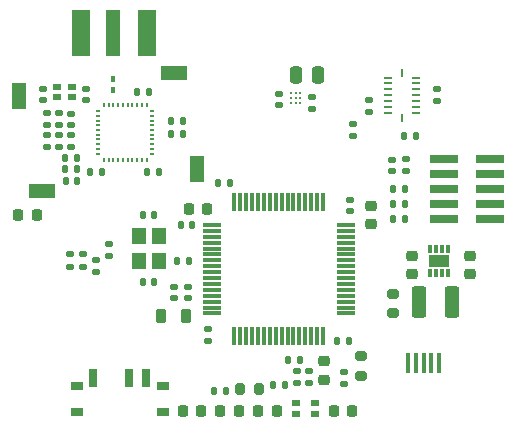
<source format=gbr>
%TF.GenerationSoftware,KiCad,Pcbnew,7.0.1*%
%TF.CreationDate,2024-02-15T14:19:22+01:00*%
%TF.ProjectId,stm32f405-sensorleap-v1,73746d33-3266-4343-9035-2d73656e736f,rev?*%
%TF.SameCoordinates,Original*%
%TF.FileFunction,Paste,Top*%
%TF.FilePolarity,Positive*%
%FSLAX46Y46*%
G04 Gerber Fmt 4.6, Leading zero omitted, Abs format (unit mm)*
G04 Created by KiCad (PCBNEW 7.0.1) date 2024-02-15 14:19:22*
%MOMM*%
%LPD*%
G01*
G04 APERTURE LIST*
G04 Aperture macros list*
%AMRoundRect*
0 Rectangle with rounded corners*
0 $1 Rounding radius*
0 $2 $3 $4 $5 $6 $7 $8 $9 X,Y pos of 4 corners*
0 Add a 4 corners polygon primitive as box body*
4,1,4,$2,$3,$4,$5,$6,$7,$8,$9,$2,$3,0*
0 Add four circle primitives for the rounded corners*
1,1,$1+$1,$2,$3*
1,1,$1+$1,$4,$5*
1,1,$1+$1,$6,$7*
1,1,$1+$1,$8,$9*
0 Add four rect primitives between the rounded corners*
20,1,$1+$1,$2,$3,$4,$5,0*
20,1,$1+$1,$4,$5,$6,$7,0*
20,1,$1+$1,$6,$7,$8,$9,0*
20,1,$1+$1,$8,$9,$2,$3,0*%
G04 Aperture macros list end*
%ADD10RoundRect,0.225000X0.225000X0.250000X-0.225000X0.250000X-0.225000X-0.250000X0.225000X-0.250000X0*%
%ADD11RoundRect,0.140000X0.140000X0.170000X-0.140000X0.170000X-0.140000X-0.170000X0.140000X-0.170000X0*%
%ADD12RoundRect,0.140000X0.170000X-0.140000X0.170000X0.140000X-0.170000X0.140000X-0.170000X-0.140000X0*%
%ADD13RoundRect,0.140000X-0.140000X-0.170000X0.140000X-0.170000X0.140000X0.170000X-0.140000X0.170000X0*%
%ADD14RoundRect,0.225000X-0.250000X0.225000X-0.250000X-0.225000X0.250000X-0.225000X0.250000X0.225000X0*%
%ADD15RoundRect,0.225000X0.250000X-0.225000X0.250000X0.225000X-0.250000X0.225000X-0.250000X-0.225000X0*%
%ADD16RoundRect,0.218750X0.218750X0.256250X-0.218750X0.256250X-0.218750X-0.256250X0.218750X-0.256250X0*%
%ADD17R,0.800000X0.550000*%
%ADD18RoundRect,0.218750X0.218750X0.381250X-0.218750X0.381250X-0.218750X-0.381250X0.218750X-0.381250X0*%
%ADD19RoundRect,0.200000X0.275000X-0.200000X0.275000X0.200000X-0.275000X0.200000X-0.275000X-0.200000X0*%
%ADD20RoundRect,0.135000X0.135000X0.185000X-0.135000X0.185000X-0.135000X-0.185000X0.135000X-0.185000X0*%
%ADD21RoundRect,0.200000X0.200000X0.275000X-0.200000X0.275000X-0.200000X-0.275000X0.200000X-0.275000X0*%
%ADD22RoundRect,0.135000X-0.185000X0.135000X-0.185000X-0.135000X0.185000X-0.135000X0.185000X0.135000X0*%
%ADD23RoundRect,0.135000X0.185000X-0.135000X0.185000X0.135000X-0.185000X0.135000X-0.185000X-0.135000X0*%
%ADD24RoundRect,0.135000X-0.135000X-0.185000X0.135000X-0.185000X0.135000X0.185000X-0.135000X0.185000X0*%
%ADD25R,1.000000X0.800000*%
%ADD26R,0.700000X1.500000*%
%ADD27RoundRect,0.075000X-0.700000X-0.075000X0.700000X-0.075000X0.700000X0.075000X-0.700000X0.075000X0*%
%ADD28RoundRect,0.075000X-0.075000X-0.700000X0.075000X-0.700000X0.075000X0.700000X-0.075000X0.700000X0*%
%ADD29R,1.200000X1.400000*%
%ADD30R,2.400000X0.740000*%
%ADD31R,0.400000X1.800000*%
%ADD32R,1.200000X2.300000*%
%ADD33RoundRect,0.250000X0.375000X1.075000X-0.375000X1.075000X-0.375000X-1.075000X0.375000X-1.075000X0*%
%ADD34R,0.675000X0.250000*%
%ADD35R,0.250000X0.675000*%
%ADD36RoundRect,0.087250X-0.087250X0.192750X-0.087250X-0.192750X0.087250X-0.192750X0.087250X0.192750X0*%
%ADD37RoundRect,0.140000X-0.170000X0.140000X-0.170000X-0.140000X0.170000X-0.140000X0.170000X0.140000X0*%
%ADD38R,2.300000X1.200000*%
%ADD39R,0.400000X0.200000*%
%ADD40R,0.200000X0.400000*%
%ADD41R,0.685800X0.584200*%
%ADD42RoundRect,0.147500X-0.147500X-0.172500X0.147500X-0.172500X0.147500X0.172500X-0.147500X0.172500X0*%
%ADD43RoundRect,0.218750X-0.218750X-0.256250X0.218750X-0.256250X0.218750X0.256250X-0.218750X0.256250X0*%
%ADD44C,0.269000*%
%ADD45RoundRect,0.250000X-0.250000X-0.475000X0.250000X-0.475000X0.250000X0.475000X-0.250000X0.475000X0*%
%ADD46R,1.500000X4.000000*%
%ADD47R,1.300000X4.000000*%
%ADD48R,0.300000X0.700000*%
%ADD49R,1.700000X1.000000*%
G04 APERTURE END LIST*
D10*
%TO.C,C200*%
X118288940Y-116973529D03*
X116738940Y-116973529D03*
%TD*%
D11*
%TO.C,C201*%
X117013940Y-118373529D03*
X116053940Y-118373529D03*
%TD*%
D12*
%TO.C,C202*%
X118361288Y-128148529D03*
X118361288Y-127188529D03*
%TD*%
D13*
%TO.C,C203*%
X129308616Y-128148529D03*
X130268616Y-128148529D03*
%TD*%
D12*
%TO.C,C204*%
X130403616Y-117193529D03*
X130403616Y-116233529D03*
%TD*%
D13*
%TO.C,C205*%
X119233940Y-114773529D03*
X120193940Y-114773529D03*
%TD*%
D12*
%TO.C,C206*%
X115503616Y-124578529D03*
X115503616Y-123618529D03*
%TD*%
%TO.C,C207*%
X116653616Y-124578529D03*
X116653616Y-123618529D03*
%TD*%
D14*
%TO.C,C208*%
X128200000Y-129898529D03*
X128200000Y-131448529D03*
%TD*%
D15*
%TO.C,C209*%
X132153616Y-118286029D03*
X132153616Y-116736029D03*
%TD*%
D13*
%TO.C,C210*%
X112873616Y-117498529D03*
X113833616Y-117498529D03*
%TD*%
D11*
%TO.C,C211*%
X113833616Y-123198529D03*
X112873616Y-123198529D03*
%TD*%
D12*
%TO.C,C212*%
X126900000Y-131708529D03*
X126900000Y-130748529D03*
%TD*%
%TO.C,C400*%
X133908940Y-113788529D03*
X133908940Y-112828529D03*
%TD*%
D16*
%TO.C,D102*%
X130601440Y-134073529D03*
X129026440Y-134073529D03*
%TD*%
%TO.C,D200*%
X124201440Y-134073529D03*
X122626440Y-134073529D03*
%TD*%
D17*
%TO.C,D201*%
X125813940Y-134323529D03*
X125813940Y-133423529D03*
X127413940Y-133423529D03*
X127413940Y-134323529D03*
%TD*%
D18*
%TO.C,FB200*%
X116500000Y-126048529D03*
X114375000Y-126048529D03*
%TD*%
D19*
%TO.C,R105*%
X131313940Y-131123529D03*
X131313940Y-129473529D03*
%TD*%
D20*
%TO.C,R200*%
X116778616Y-121448529D03*
X115758616Y-121448529D03*
%TD*%
%TO.C,R201*%
X119913940Y-132373529D03*
X118893940Y-132373529D03*
%TD*%
D21*
%TO.C,R202*%
X122713940Y-132223529D03*
X121063940Y-132223529D03*
%TD*%
D20*
%TO.C,R203*%
X126120000Y-129748529D03*
X125100000Y-129748529D03*
%TD*%
%TO.C,R204*%
X135971440Y-110794529D03*
X134951440Y-110794529D03*
%TD*%
D22*
%TO.C,R205*%
X130661440Y-109774529D03*
X130661440Y-110794529D03*
%TD*%
D23*
%TO.C,R206*%
X129913940Y-131793529D03*
X129913940Y-130773529D03*
%TD*%
D20*
%TO.C,R207*%
X124913940Y-131923529D03*
X123893940Y-131923529D03*
%TD*%
D23*
%TO.C,R208*%
X125913940Y-131748529D03*
X125913940Y-130728529D03*
%TD*%
D24*
%TO.C,R400*%
X134063940Y-117883529D03*
X135083940Y-117883529D03*
%TD*%
%TO.C,R401*%
X134063940Y-116583529D03*
X135083940Y-116583529D03*
%TD*%
%TO.C,R402*%
X134048940Y-115333529D03*
X135068940Y-115333529D03*
%TD*%
D23*
%TO.C,R403*%
X135108940Y-113818529D03*
X135108940Y-112798529D03*
%TD*%
D25*
%TO.C,SW200*%
X107250000Y-131973529D03*
X107250000Y-134183529D03*
X114550000Y-131973529D03*
X114550000Y-134183529D03*
D26*
X108650000Y-131323529D03*
X111650000Y-131323529D03*
X113150000Y-131323529D03*
%TD*%
D27*
%TO.C,U200*%
X118678616Y-118348529D03*
X118678616Y-118848529D03*
X118678616Y-119348529D03*
X118678616Y-119848529D03*
X118678616Y-120348529D03*
X118678616Y-120848529D03*
X118678616Y-121348529D03*
X118678616Y-121848529D03*
X118678616Y-122348529D03*
X118678616Y-122848529D03*
X118678616Y-123348529D03*
X118678616Y-123848529D03*
X118678616Y-124348529D03*
X118678616Y-124848529D03*
X118678616Y-125348529D03*
X118678616Y-125848529D03*
D28*
X120603616Y-127773529D03*
X121103616Y-127773529D03*
X121603616Y-127773529D03*
X122103616Y-127773529D03*
X122603616Y-127773529D03*
X123103616Y-127773529D03*
X123603616Y-127773529D03*
X124103616Y-127773529D03*
X124603616Y-127773529D03*
X125103616Y-127773529D03*
X125603616Y-127773529D03*
X126103616Y-127773529D03*
X126603616Y-127773529D03*
X127103616Y-127773529D03*
X127603616Y-127773529D03*
X128103616Y-127773529D03*
D27*
X130028616Y-125848529D03*
X130028616Y-125348529D03*
X130028616Y-124848529D03*
X130028616Y-124348529D03*
X130028616Y-123848529D03*
X130028616Y-123348529D03*
X130028616Y-122848529D03*
X130028616Y-122348529D03*
X130028616Y-121848529D03*
X130028616Y-121348529D03*
X130028616Y-120848529D03*
X130028616Y-120348529D03*
X130028616Y-119848529D03*
X130028616Y-119348529D03*
X130028616Y-118848529D03*
X130028616Y-118348529D03*
D28*
X128103616Y-116423529D03*
X127603616Y-116423529D03*
X127103616Y-116423529D03*
X126603616Y-116423529D03*
X126103616Y-116423529D03*
X125603616Y-116423529D03*
X125103616Y-116423529D03*
X124603616Y-116423529D03*
X124103616Y-116423529D03*
X123603616Y-116423529D03*
X123103616Y-116423529D03*
X122603616Y-116423529D03*
X122103616Y-116423529D03*
X121603616Y-116423529D03*
X121103616Y-116423529D03*
X120603616Y-116423529D03*
%TD*%
D29*
%TO.C,Y200*%
X112503616Y-119248529D03*
X112503616Y-121448529D03*
X114203616Y-121448529D03*
X114203616Y-119248529D03*
%TD*%
D30*
%TO.C,J401*%
X142258940Y-117873529D03*
X138358940Y-117873529D03*
X142258940Y-116603529D03*
X138358940Y-116603529D03*
X142258940Y-115333529D03*
X138358940Y-115333529D03*
X142258940Y-114063529D03*
X138358940Y-114063529D03*
X142258940Y-112793529D03*
X138358940Y-112793529D03*
%TD*%
D31*
%TO.C,J402*%
X135325000Y-130036029D03*
X135975000Y-130036029D03*
X136625000Y-130036029D03*
X137275000Y-130036029D03*
X137925000Y-130036029D03*
%TD*%
D32*
%TO.C,MP2*%
X102400000Y-107403529D03*
%TD*%
D33*
%TO.C,L1*%
X139013940Y-124898529D03*
X136213940Y-124898529D03*
%TD*%
D34*
%TO.C,U2*%
X135960440Y-105873529D03*
X135960440Y-106373529D03*
X135960440Y-106873529D03*
X135960440Y-107373529D03*
X135960440Y-107873529D03*
X135960440Y-108373529D03*
X135960440Y-108873529D03*
D35*
X134795440Y-109288529D03*
D34*
X133630440Y-108873529D03*
X133630440Y-108373529D03*
X133630440Y-107873529D03*
X133630440Y-107373529D03*
X133630440Y-106873529D03*
X133630440Y-106373529D03*
X133630440Y-105873529D03*
D35*
X134795440Y-105458529D03*
%TD*%
D24*
%TO.C,R6*%
X115203940Y-110617529D03*
X116223940Y-110617529D03*
%TD*%
D32*
%TO.C,MP3*%
X117400000Y-113603529D03*
%TD*%
D13*
%TO.C,C4*%
X108420000Y-113873529D03*
X109380000Y-113873529D03*
%TD*%
D12*
%TO.C,C18*%
X124397500Y-108199529D03*
X124397500Y-107239529D03*
%TD*%
D36*
%TO.C,C10*%
X110360000Y-105993529D03*
X110360000Y-106953529D03*
%TD*%
D22*
%TO.C,R3*%
X110013940Y-119953529D03*
X110013940Y-120973529D03*
%TD*%
D11*
%TO.C,C7*%
X114190000Y-113873529D03*
X113230000Y-113873529D03*
%TD*%
D37*
%TO.C,C9*%
X108017499Y-106811729D03*
X108017499Y-107771729D03*
%TD*%
%TO.C,C8*%
X106734000Y-108923529D03*
X106734000Y-109883529D03*
%TD*%
D12*
%TO.C,C14*%
X104734000Y-111733529D03*
X104734000Y-110773529D03*
%TD*%
D11*
%TO.C,C5*%
X107240000Y-113643529D03*
X106280000Y-113643529D03*
%TD*%
D37*
%TO.C,C16*%
X131995440Y-107793529D03*
X131995440Y-108753529D03*
%TD*%
D12*
%TO.C,C15*%
X137795440Y-107833529D03*
X137795440Y-106873529D03*
%TD*%
%TO.C,C13*%
X105734000Y-111733529D03*
X105734000Y-110773529D03*
%TD*%
D24*
%TO.C,R7*%
X115203940Y-109567529D03*
X116223940Y-109567529D03*
%TD*%
D37*
%TO.C,C6*%
X105734000Y-108913529D03*
X105734000Y-109873529D03*
%TD*%
D15*
%TO.C,C302*%
X135663940Y-122498529D03*
X135663940Y-120948529D03*
%TD*%
D38*
%TO.C,MP1*%
X115500000Y-105503529D03*
%TD*%
D15*
%TO.C,C301*%
X140563940Y-122498529D03*
X140563940Y-120948529D03*
%TD*%
D39*
%TO.C,U1*%
X113666000Y-112317529D03*
X113666000Y-111917529D03*
X113666000Y-111517529D03*
X113666000Y-111117529D03*
X113666000Y-110717529D03*
X113666000Y-110317529D03*
X113666000Y-109917529D03*
X113666000Y-109517529D03*
X113666000Y-109117529D03*
X113666000Y-108717529D03*
D40*
X113166000Y-108217529D03*
X112766000Y-108217529D03*
X112366000Y-108217529D03*
X111966000Y-108217529D03*
X111566000Y-108217529D03*
X111166000Y-108217529D03*
X110766000Y-108217529D03*
X110366000Y-108217529D03*
X109966000Y-108217529D03*
X109566000Y-108217529D03*
D39*
X109066000Y-108717529D03*
X109066000Y-109117529D03*
X109066000Y-109517529D03*
X109066000Y-109917529D03*
X109066000Y-110317529D03*
X109066000Y-110717529D03*
X109066000Y-111117529D03*
X109066000Y-111517529D03*
X109066000Y-111917529D03*
X109066000Y-112317529D03*
D40*
X109566000Y-112817529D03*
X109966000Y-112817529D03*
X110366000Y-112817529D03*
X110766000Y-112817529D03*
X111166000Y-112817529D03*
X111566000Y-112817529D03*
X111966000Y-112817529D03*
X112366000Y-112817529D03*
X112766000Y-112817529D03*
X113166000Y-112817529D03*
%TD*%
D20*
%TO.C,R5*%
X113370000Y-107127529D03*
X112350000Y-107127529D03*
%TD*%
D37*
%TO.C,C2*%
X104734000Y-108913529D03*
X104734000Y-109873529D03*
%TD*%
D41*
%TO.C,X1*%
X105562501Y-107535329D03*
X106837499Y-107535329D03*
X106837499Y-106671729D03*
X105562501Y-106671729D03*
%TD*%
D12*
%TO.C,C3*%
X104377499Y-107771729D03*
X104377499Y-106811729D03*
%TD*%
D42*
%TO.C,FB1*%
X106315000Y-114673529D03*
X107285000Y-114673529D03*
%TD*%
D38*
%TO.C,MP4*%
X104300000Y-115503529D03*
%TD*%
D43*
%TO.C,D2*%
X119426440Y-134073529D03*
X121001440Y-134073529D03*
%TD*%
D12*
%TO.C,C12*%
X106734000Y-111733529D03*
X106734000Y-110773529D03*
%TD*%
D44*
%TO.C,U3*%
X126197500Y-108019529D03*
X125797500Y-108019529D03*
X125397500Y-108019529D03*
X126197500Y-107619529D03*
X125797500Y-107619529D03*
X125397500Y-107619529D03*
X126197500Y-107219529D03*
X125797500Y-107219529D03*
X125397500Y-107219529D03*
%TD*%
D37*
%TO.C,C19*%
X127197500Y-107539529D03*
X127197500Y-108499529D03*
%TD*%
D22*
%TO.C,R2*%
X108913940Y-121353529D03*
X108913940Y-122373529D03*
%TD*%
D19*
%TO.C,R301*%
X134013940Y-125823529D03*
X134013940Y-124173529D03*
%TD*%
D10*
%TO.C,C1*%
X103863940Y-117523529D03*
X102313940Y-117523529D03*
%TD*%
D45*
%TO.C,C20*%
X125797500Y-105619529D03*
X127697500Y-105619529D03*
%TD*%
D46*
%TO.C,J1*%
X107600000Y-102117529D03*
D47*
X110360000Y-102117529D03*
D46*
X113200000Y-102117529D03*
%TD*%
D22*
%TO.C,R4*%
X106713940Y-120853529D03*
X106713940Y-121873529D03*
%TD*%
%TO.C,R1*%
X107813940Y-120853529D03*
X107813940Y-121873529D03*
%TD*%
D16*
%TO.C,D1*%
X117801440Y-134073529D03*
X116226440Y-134073529D03*
%TD*%
D11*
%TO.C,C11*%
X107240000Y-112673529D03*
X106280000Y-112673529D03*
%TD*%
D48*
%TO.C,U301*%
X138663940Y-120348529D03*
X138163940Y-120348529D03*
X137663940Y-120348529D03*
X137163940Y-120348529D03*
X137163940Y-122448529D03*
X137663940Y-122448529D03*
X138163940Y-122448529D03*
X138663940Y-122448529D03*
D49*
X137913940Y-121398529D03*
%TD*%
M02*

</source>
